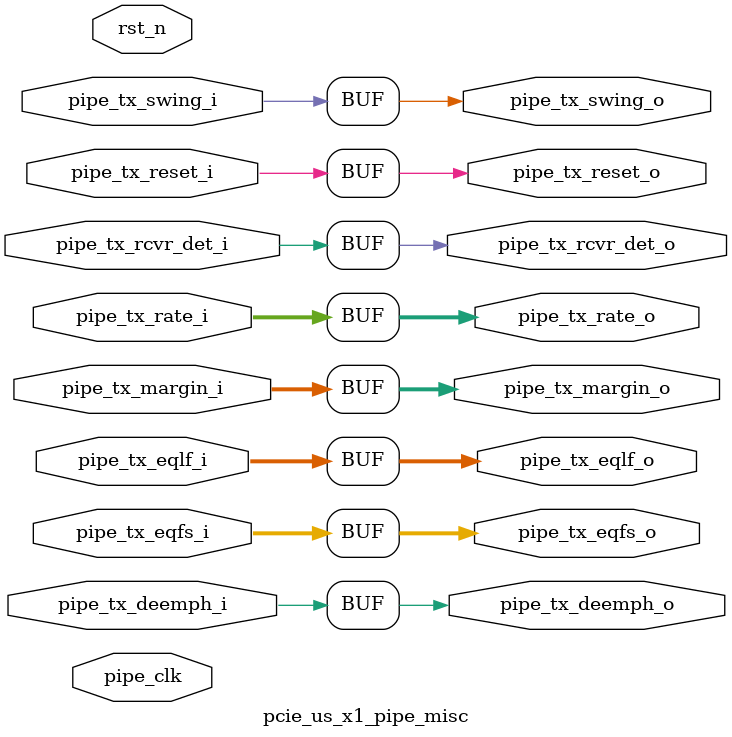
<source format=v>


`timescale 1ps/1ps

(* DowngradeIPIdentifiedWarnings = "yes" *)
module pcie_us_x1_pipe_misc 
 #(
  parameter TCQ = 100,
  parameter PIPE_PIPELINE_STAGES = 0
  ) (
  input  wire         pipe_tx_rcvr_det_i,
  input  wire         pipe_tx_reset_i,
  input  wire   [1:0] pipe_tx_rate_i,
  input  wire         pipe_tx_deemph_i,
  input  wire   [2:0] pipe_tx_margin_i,
  input  wire         pipe_tx_swing_i,
  input  wire   [5:0] pipe_tx_eqfs_i,
  input  wire   [5:0] pipe_tx_eqlf_i,
  output wire         pipe_tx_rcvr_det_o,
  output wire         pipe_tx_reset_o,
  output wire   [1:0] pipe_tx_rate_o,
  output wire         pipe_tx_deemph_o,
  output wire   [2:0] pipe_tx_margin_o,
  output wire         pipe_tx_swing_o,
  output wire   [5:0] pipe_tx_eqfs_o,
  output wire   [5:0] pipe_tx_eqlf_o,
  input  wire         pipe_clk,
  input  wire         rst_n
  );

  reg                 pipe_tx_rcvr_det_q;
  reg                 pipe_tx_reset_q;
  reg           [1:0] pipe_tx_rate_q;
  reg                 pipe_tx_deemph_q;
  reg           [2:0] pipe_tx_margin_q;
  reg                 pipe_tx_swing_q;
  reg           [5:0] pipe_tx_eqfs_q;
  reg           [5:0] pipe_tx_eqlf_q;
  reg                 pipe_tx_rcvr_det_qq;
  reg                 pipe_tx_reset_qq;
  reg           [1:0] pipe_tx_rate_qq;
  reg                 pipe_tx_deemph_qq;
  reg           [2:0] pipe_tx_margin_qq;
  reg                 pipe_tx_swing_qq;
  reg           [5:0] pipe_tx_eqfs_qq;
  reg           [5:0] pipe_tx_eqlf_qq;

  generate
    if (PIPE_PIPELINE_STAGES == 0)
    begin : pipe_stages_0
      assign pipe_tx_rcvr_det_o = pipe_tx_rcvr_det_i;
      assign pipe_tx_reset_o = pipe_tx_reset_i;
      assign pipe_tx_rate_o = pipe_tx_rate_i;
      assign pipe_tx_deemph_o = pipe_tx_deemph_i;
      assign pipe_tx_margin_o = pipe_tx_margin_i;
      assign pipe_tx_swing_o = pipe_tx_swing_i;
      assign pipe_tx_eqfs_o = pipe_tx_eqfs_i;
      assign pipe_tx_eqlf_o = pipe_tx_eqlf_i;
    end
    else if (PIPE_PIPELINE_STAGES == 1)
    begin : pipe_stages_1
      always @(posedge pipe_clk)
      begin
        if (!rst_n)
        begin
          pipe_tx_rcvr_det_q <= #TCQ 1'b0;
          pipe_tx_reset_q <= #TCQ 1'b1;
          pipe_tx_rate_q <= #TCQ 2'b0;
          pipe_tx_deemph_q <= #TCQ 1'b1;
          pipe_tx_margin_q <= #TCQ 3'b0;
          pipe_tx_swing_q <= #TCQ 1'b0;
          pipe_tx_eqfs_q <= #TCQ 5'b0;
          pipe_tx_eqlf_q <= #TCQ 5'b0;
        end
        else
        begin
          pipe_tx_rcvr_det_q <= #TCQ pipe_tx_rcvr_det_i;
          pipe_tx_reset_q <= #TCQ pipe_tx_reset_i;
          pipe_tx_rate_q <= #TCQ pipe_tx_rate_i;
          pipe_tx_deemph_q <= #TCQ pipe_tx_deemph_i;
          pipe_tx_margin_q <= #TCQ pipe_tx_margin_i;
          pipe_tx_swing_q <= #TCQ pipe_tx_swing_i;
          pipe_tx_eqfs_q <= #TCQ pipe_tx_eqfs_i;
          pipe_tx_eqlf_q <= #TCQ pipe_tx_eqlf_i;
        end
      end
      assign pipe_tx_rcvr_det_o = pipe_tx_rcvr_det_q;
      assign pipe_tx_reset_o = pipe_tx_reset_q;
      assign pipe_tx_rate_o = pipe_tx_rate_q;
      assign pipe_tx_deemph_o = pipe_tx_deemph_q;
      assign pipe_tx_margin_o = pipe_tx_margin_q;
      assign pipe_tx_swing_o = pipe_tx_swing_q;
      assign pipe_tx_eqfs_o = pipe_tx_eqfs_q;
      assign pipe_tx_eqlf_o = pipe_tx_eqlf_q;
    end
    else if (PIPE_PIPELINE_STAGES == 2)
    begin : pipe_stages_2
      always @(posedge pipe_clk)
      begin
        if (!rst_n)
        begin
          pipe_tx_rcvr_det_q <= #TCQ 1'b0;
          pipe_tx_reset_q <= #TCQ 1'b1;
          pipe_tx_rate_q <= #TCQ 2'b0;
          pipe_tx_deemph_q <= #TCQ 1'b1;
          pipe_tx_margin_q <= #TCQ 1'b0;
          pipe_tx_swing_q <= #TCQ 1'b0;
          pipe_tx_eqfs_q <= #TCQ 5'b0;
          pipe_tx_eqlf_q <= #TCQ 5'b0;
          pipe_tx_rcvr_det_qq <= #TCQ 1'b0;
          pipe_tx_reset_qq <= #TCQ 1'b1;
          pipe_tx_rate_qq <= #TCQ 2'b0;
          pipe_tx_deemph_qq <= #TCQ 1'b1;
          pipe_tx_margin_qq <= #TCQ 1'b0;
          pipe_tx_swing_qq <= #TCQ 1'b0;
          pipe_tx_eqfs_qq <= #TCQ 5'b0;
          pipe_tx_eqlf_qq <= #TCQ 5'b0;
        end
        else
        begin
          pipe_tx_rcvr_det_q <= #TCQ pipe_tx_rcvr_det_i;
          pipe_tx_reset_q <= #TCQ pipe_tx_reset_i;
          pipe_tx_rate_q <= #TCQ pipe_tx_rate_i;
          pipe_tx_deemph_q <= #TCQ pipe_tx_deemph_i;
          pipe_tx_margin_q <= #TCQ pipe_tx_margin_i;
          pipe_tx_swing_q <= #TCQ pipe_tx_swing_i;
          pipe_tx_eqfs_q <= #TCQ pipe_tx_eqfs_i;
          pipe_tx_eqlf_q <= #TCQ pipe_tx_eqlf_i;
          pipe_tx_rcvr_det_qq <= #TCQ pipe_tx_rcvr_det_q;
          pipe_tx_reset_qq <= #TCQ pipe_tx_reset_q;
          pipe_tx_rate_qq <= #TCQ pipe_tx_rate_q;
          pipe_tx_deemph_qq <= #TCQ pipe_tx_deemph_q;
          pipe_tx_margin_qq <= #TCQ pipe_tx_margin_q;
          pipe_tx_swing_qq <= #TCQ pipe_tx_swing_q;
          pipe_tx_eqfs_qq <= #TCQ pipe_tx_eqfs_q;
          pipe_tx_eqlf_qq <= #TCQ pipe_tx_eqlf_q;
        end
      end
      assign pipe_tx_rcvr_det_o = pipe_tx_rcvr_det_qq;
      assign pipe_tx_reset_o = pipe_tx_reset_qq;
      assign pipe_tx_rate_o = pipe_tx_rate_qq;
      assign pipe_tx_deemph_o = pipe_tx_deemph_qq;
      assign pipe_tx_margin_o = pipe_tx_margin_qq;
      assign pipe_tx_swing_o = pipe_tx_swing_qq;
      assign pipe_tx_eqfs_o = pipe_tx_eqfs_qq;
      assign pipe_tx_eqlf_o = pipe_tx_eqlf_qq;
    end
    else
    begin
      assign pipe_tx_rcvr_det_o = pipe_tx_rcvr_det_i;
      assign pipe_tx_reset_o = pipe_tx_reset_i;
      assign pipe_tx_rate_o = pipe_tx_rate_i;
      assign pipe_tx_deemph_o = pipe_tx_deemph_i;
      assign pipe_tx_margin_o = pipe_tx_margin_i;
      assign pipe_tx_swing_o = pipe_tx_swing_i;
      assign pipe_tx_eqfs_o = pipe_tx_eqfs_i;
      assign pipe_tx_eqlf_o = pipe_tx_eqlf_i;
    end
  endgenerate

endmodule

</source>
